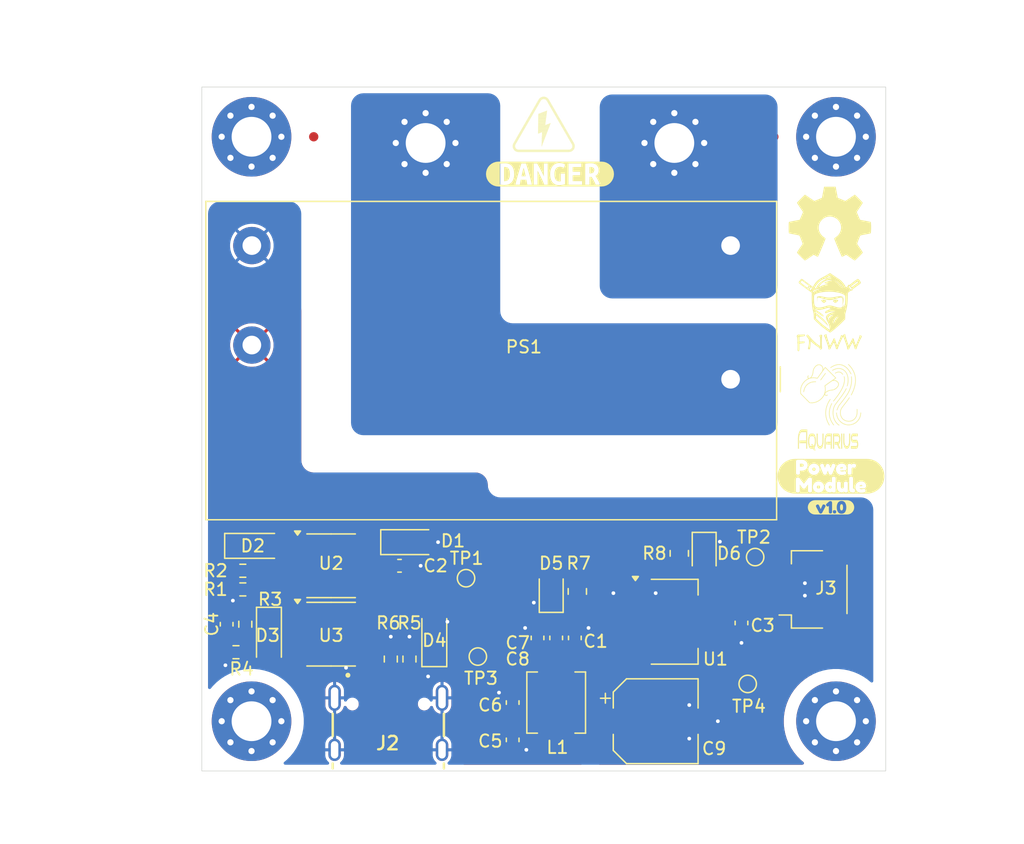
<source format=kicad_pcb>
(kicad_pcb (version 20241229) (generator "pcbnew") (generator_version "9.0")
  (layers (0 "F.Cu" signal) (4 "In1.Cu" signal) (6 "In2.Cu" signal) (2 "B.Cu" signal) (13 "F.Paste" user) (15 "B.Paste" user) (5 "F.SilkS" user "F.Silkscreen") (7 "B.SilkS" user "B.Silkscreen") (1 "F.Mask" user) (3 "B.Mask" user) (25 "Edge.Cuts" user))
  (net 0 "")
  (net 1 "+3.3V")
  (net 2 "GND")
  (net 3 "+5V")
  (net 4 "V5_RAW")
  (net 5 "V5IN")
  (net 6 "/CC1")
  (net 7 "/CC2")
  (net 8 "/AC_N")
  (net 9 "/AC_L")
  (net 10 "Net-(D2-K)")
  (net 11 "/MG2")
  (net 12 "/MG1")
  (net 13 "/V5LED")
  (net 14 "/V3.3LED")
  (footprint "Resistor_SMD:R_0603_1608Metric" (layer "F.Cu") (at 53.3 150.4 180)
    (property "Reference" "R1" (at 2.2 0 0) (layer "F.SilkS"))
    (property "Value" "10K")
    (pad "1" smd roundrect (at -0.825 0 180) (size 0.8 0.95) (layers "F.Cu" "F.Mask" "F.Paste") (net 12 "/MG1"))
    (pad "2" smd roundrect (at 0.825 0 180) (size 0.8 0.95) (layers "F.Cu" "F.Mask" "F.Paste") (net 2 "GND"))
  )
  (footprint "Capacitor_SMD:C_0603_1608Metric" (layer "F.Cu") (at 93.4 153.1 -90)
    (property "Reference" "C3" (at 0.2 -1.7 0) (layer "F.SilkS"))
    (property "Value" "10uF")
    (pad "1" smd roundrect (at -0.775 0 270) (size 0.9 0.95) (layers "F.Cu" "F.Mask" "F.Paste") (net 1 "+3.3V"))
    (pad "2" smd roundrect (at 0.775 0 270) (size 0.9 0.95) (layers "F.Cu" "F.Mask" "F.Paste") (net 2 "GND"))
  )
  (footprint "Fiducial:Fiducial_0.75mm_Mask1.5mm" (layer "F.Cu") (at 96 114)
    (property "Reference" "FID2" (hide yes))
    (property "Value" "Fiducial")
    (pad "" smd circle (at 0 0) (size 0.75 0.75) (layers "F.Cu" "F.Mask") (clearance 0.375))
  )
  (footprint "CRGM Symbols:HIGH-VOLTAGE-5MM" (layer "F.Cu") (at 77.5 113)
    (property "Reference" "S1" (hide yes))
    (property "Value" "~" (hide yes))
  )
  (footprint "TestPoint:TestPoint_Pad_D1.0mm" (layer "F.Cu") (at 72.2 155.8)
    (property "Reference" "TP3" (at 0.25 1.75 0) (layer "F.SilkS"))
    (property "Value" "V5R")
    (pad "1" smd circle (at 0 0) (size 1 1) (layers "F.Cu" "F.Mask") (net 4 "V5_RAW"))
  )
  (footprint "TestPoint:TestPoint_Pad_D1.0mm" (layer "F.Cu") (at 93.9 158)
    (property "Reference" "TP4" (at 0.1 1.8 0) (layer "F.SilkS"))
    (property "Value" "V5")
    (pad "1" smd circle (at 0 0) (size 1 1) (layers "F.Cu" "F.Mask") (net 3 "+5V"))
  )
  (footprint "Connector_JST:JST_SH_SM04B-SRSS-TB_1x04-1MP_P1.00mm_Horizontal" (layer "F.Cu") (at 99.2 150.4 90)
    (property "Reference" "J3" (at 0.1 1 180) (layer "F.SilkS"))
    (property "Value" "Power")
    (pad "1" smd roundrect (at -1.5 -2 90) (size 0.6 1.55) (layers "F.Cu" "F.Mask" "F.Paste") (net 3 "+5V"))
    (pad "2" smd roundrect (at -0.5 -2 90) (size 0.6 1.55) (layers "F.Cu" "F.Mask" "F.Paste") (net 2 "GND"))
    (pad "3" smd roundrect (at 0.5 -2 90) (size 0.6 1.55) (layers "F.Cu" "F.Mask" "F.Paste") (net 2 "GND"))
    (pad "4" smd roundrect (at 1.5 -2 90) (size 0.6 1.55) (layers "F.Cu" "F.Mask" "F.Paste") (net 1 "+3.3V"))
    (pad "MP" smd roundrect (at -2.8 1.875 90) (size 1.2 1.8) (layers "F.Cu" "F.Mask" "F.Paste") (roundrect_rratio 0.208333))
    (pad "MP" smd roundrect (at 2.8 1.875 90) (size 1.2 1.8) (layers "F.Cu" "F.Mask" "F.Paste") (roundrect_rratio 0.208333))
  )
  (footprint "CRGM Mechanical:MountingHole_3.2mm_M3_Pad_Via" (layer "F.Cu") (at 54 114)
    (property "Reference" "H4" (hide yes))
    (property "Value" "MountingHole" (hide yes))
    (pad "1" thru_hole circle (at -2.4 0) (size 0.8 0.8) (drill 0.5) (layers "*.Cu" "*.Mask"))
    (pad "1" thru_hole circle (at -1.697056 -1.697056) (size 0.8 0.8) (drill 0.5) (layers "*.Cu" "*.Mask"))
    (pad "1" thru_hole circle (at -1.697056 1.697056) (size 0.8 0.8) (drill 0.5) (layers "*.Cu" "*.Mask"))
    (pad "1" thru_hole circle (at 0 -2.4) (size 0.8 0.8) (drill 0.5) (layers "*.Cu" "*.Mask"))
    (pad "1" thru_hole circle (at 0 0) (size 6.4 6.4) (drill 3.2) (layers "*.Cu" "*.Mask"))
    (pad "1" thru_hole circle (at 0 2.4) (size 0.8 0.8) (drill 0.5) (layers "*.Cu" "*.Mask"))
    (pad "1" thru_hole circle (at 1.697056 -1.697056) (size 0.8 0.8) (drill 0.5) (layers "*.Cu" "*.Mask"))
    (pad "1" thru_hole circle (at 1.697056 1.697056) (size 0.8 0.8) (drill 0.5) (layers "*.Cu" "*.Mask"))
    (pad "1" thru_hole circle (at 2.4 0) (size 0.8 0.8) (drill 0.5) (layers "*.Cu" "*.Mask"))
  )
  (footprint "CRGM Logos:Aquarius Name 2mmx5mm" (layer "F.Cu") (at 100.5 139.469017)
    (property "Reference" "LOGO2" (hide yes))
    (property "Value" "~" (hide yes))
  )
  (footprint "Capacitor_SMD:C_0603_1608Metric" (layer "F.Cu") (at 80 154.3 90)
    (property "Reference" "C1" (at -0.274726 1.667899 180) (layer "F.SilkS"))
    (property "Value" "0.1uF")
    (pad "1" smd roundrect (at -0.775 0 90) (size 0.9 0.95) (layers "F.Cu" "F.Mask" "F.Paste") (net 3 "+5V"))
    (pad "2" smd roundrect (at 0.775 0 90) (size 0.9 0.95) (layers "F.Cu" "F.Mask" "F.Paste") (net 2 "GND"))
  )
  (footprint "kibuzzard-67E32962" (layer "F.Cu") (at 100.6 141.3)
    (property "Reference" "kibuzzard-67E32962" (hide yes))
    (property "Value" "G***" (hide yes))
  )
  (footprint "CRGM Mechanical:MountingHole_3.2mm_M3_Pad_Via" (layer "F.Cu") (at 68 114.5)
    (property "Reference" "H6" (hide yes))
    (property "Value" "MountingHole_Pad" (hide yes))
    (pad "1" thru_hole circle (at -2.4 0) (size 0.8 0.8) (drill 0.5) (layers "*.Cu" "*.Mask") (net 8 "/AC_N"))
    (pad "1" thru_hole circle (at -1.697056 -1.697056) (size 0.8 0.8) (drill 0.5) (layers "*.Cu" "*.Mask") (net 8 "/AC_N"))
    (pad "1" thru_hole circle (at -1.697056 1.697056) (size 0.8 0.8) (drill 0.5) (layers "*.Cu" "*.Mask") (net 8 "/AC_N"))
    (pad "1" thru_hole circle (at 0 -2.4) (size 0.8 0.8) (drill 0.5) (layers "*.Cu" "*.Mask") (net 8 "/AC_N"))
    (pad "1" thru_hole circle (at 0 0) (size 6.4 6.4) (drill 3.2) (layers "*.Cu" "*.Mask") (net 8 "/AC_N"))
    (pad "1" thru_hole circle (at 0 2.4) (size 0.8 0.8) (drill 0.5) (layers "*.Cu" "*.Mask") (net 8 "/AC_N"))
    (pad "1" thru_hole circle (at 1.697056 -1.697056) (size 0.8 0.8) (drill 0.5) (layers "*.Cu" "*.Mask") (net 8 "/AC_N"))
    (pad "1" thru_hole circle (at 1.697056 1.697056) (size 0.8 0.8) (drill 0.5) (layers "*.Cu" "*.Mask") (net 8 "/AC_N"))
    (pad "1" thru_hole circle (at 2.4 0) (size 0.8 0.8) (drill 0.5) (layers "*.Cu" "*.Mask") (net 8 "/AC_N"))
  )
  (footprint "Symbol:OSHW-Symbol_6.7x6mm_SilkScreen" (layer "F.Cu") (at 100.5 121)
    (property "Reference" "LOGO5" (hide yes))
    (property "Value" "Logo_Open_Hardware_Small" (hide yes))
  )
  (footprint "CRGM Logos:FNWW Name 2mmx5mm" (layer "F.Cu") (at 100.5 131.5)
    (property "Reference" "LOGO4" (hide yes))
    (property "Value" "~" (hide yes))
  )
  (footprint "Resistor_SMD:R_0805_2012Metric" (layer "F.Cu") (at 80.2 150.5625 90)
    (property "Reference" "R7" (at 2.2625 0.1 180) (layer "F.SilkS"))
    (property "Value" "4.7k")
    (pad "1" smd roundrect (at -0.9125 0 90) (size 1.025 1.4) (layers "F.Cu" "F.Mask" "F.Paste") (roundrect_rratio 0.243902) (net 3 "+5V"))
    (pad "2" smd roundrect (at 0.9125 0 90) (size 1.025 1.4) (layers "F.Cu" "F.Mask" "F.Paste") (roundrect_rratio 0.243902) (net 13 "/V5LED"))
  )
  (footprint "Fiducial:Fiducial_0.75mm_Mask1.5mm" (layer "F.Cu") (at 59 114)
    (property "Reference" "FID3" (hide yes))
    (property "Value" "Fiducial")
    (pad "" smd circle (at 0 0) (size 0.75 0.75) (layers "F.Cu" "F.Mask") (clearance 0.375))
  )
  (footprint "Capacitor_SMD:C_0603_1608Metric" (layer "F.Cu") (at 77 154.3 90)
    (property "Reference" "C7" (at -0.4 -1.6 180) (layer "F.SilkS"))
    (property "Value" "10uF")
    (pad "1" smd roundrect (at -0.775 0 90) (size 0.9 0.95) (layers "F.Cu" "F.Mask" "F.Paste") (net 3 "+5V"))
    (pad "2" smd roundrect (at 0.775 0 90) (size 0.9 0.95) (layers "F.Cu" "F.Mask" "F.Paste") (net 2 "GND"))
  )
  (footprint "LED_SMD:LED_0805_2012Metric" (layer "F.Cu") (at 78.1 150.5625 90)
    (property "Reference" "D5" (at 2.2625 0 180) (layer "F.SilkS"))
    (property "Value" "Green")
    (pad "1" smd roundrect (at -0.9375 0 90) (size 0.975 1.4) (layers "F.Cu" "F.Mask" "F.Paste") (net 2 "GND"))
    (pad "2" smd roundrect (at 0.9375 0 90) (size 0.975 1.4) (layers "F.Cu" "F.Mask" "F.Paste") (net 13 "/V5LED"))
  )
  (footprint "Diode_SMD:D_SOD-123" (layer "F.Cu") (at 54.2 146.9)
    (property "Reference" "D2" (at -0.1 0 180) (layer "F.SilkS"))
    (property "Value" "BZT52C16")
    (pad "1" smd roundrect (at -1.65 0) (size 0.9 1.2) (layers "F.Cu" "F.Mask" "F.Paste") (net 10 "Net-(D2-K)"))
    (pad "2" smd roundrect (at 1.65 0) (size 0.9 1.2) (layers "F.Cu" "F.Mask" "F.Paste") (net 12 "/MG1"))
  )
  (footprint "Capacitor_SMD:C_0603_1608Metric" (layer "F.Cu") (at 65.9 148.5)
    (property "Reference" "C2" (at 2.9 0 0) (layer "F.SilkS"))
    (property "Value" "10uF")
    (pad "1" smd roundrect (at -0.775 0) (size 0.9 0.95) (layers "F.Cu" "F.Mask" "F.Paste") (net 5 "V5IN"))
    (pad "2" smd roundrect (at 0.775 0) (size 0.9 0.95) (layers "F.Cu" "F.Mask" "F.Paste") (net 2 "GND"))
  )
  (footprint "Converter_ACDC:Converter_ACDC_MeanWell_IRM-10-xx_THT" (layer "F.Cu") (at 92.525 133.5 180)
    (property "Reference" "PS1" (at 16.625 2.6 0) (layer "F.SilkS"))
    (property "Value" "IRM-10-5")
    (pad "1" thru_hole rect (at 0 0 180) (size 3 3) (drill 1.5) (layers "*.Cu" "*.Mask") (net 8 "/AC_N"))
    (pad "2" thru_hole circle (at 0 10.75 180) (size 3 3) (drill 1.5) (layers "*.Cu" "*.Mask") (net 9 "/AC_L"))
    (pad "3" thru_hole circle (at 38.5 10.75 180) (size 3 3) (drill 1.5) (layers "*.Cu" "*.Mask") (net 2 "GND"))
    (pad "4" thru_hole circle (at 38.5 2.75 180) (size 3 3) (drill 1.5) (layers "*.Cu" "*.Mask") (net 5 "V5IN"))
  )
  (footprint "Resistor_SMD:R_0603_1608Metric" (layer "F.Cu") (at 66.7 156 90)
    (property "Reference" "R5" (at 2.9 0 180) (layer "F.SilkS"))
    (property "Value" "5.1K")
    (pad "1" smd roundrect (at -0.825 0 90) (size 0.8 0.95) (layers "F.Cu" "F.Mask" "F.Paste") (net 7 "/CC2"))
    (pad "2" smd roundrect (at 0.825 0 90) (size 0.8 0.95) (layers "F.Cu" "F.Mask" "F.Paste") (net 2 "GND"))
  )
  (footprint "Resistor_SMD:R_0603_1608Metric" (layer "F.Cu") (at 52.75 155.45 180)
    (property "Reference" "R4" (at -0.45 -1.35 0) (layer "F.SilkS"))
    (property "Value" "10K")
    (pad "1" smd roundrect (at -0.825 0 180) (size 0.8 0.95) (layers "F.Cu" "F.Mask" "F.Paste") (net 11 "/MG2"))
    (pad "2" smd roundrect (at 0.825 0 180) (size 0.8 0.95) (layers "F.Cu" "F.Mask" "F.Paste") (net 2 "GND"))
  )
  (footprint "Capacitor_SMD:C_0603_1608Metric" (layer "F.Cu") (at 52 153.2 -90)
    (property "Reference" "C4" (at 0 1.2 90) (layer "F.SilkS"))
    (property "Value" "0.1uF")
    (pad "1" smd roundrect (at -0.775 0 270) (size 0.9 0.95) (layers "F.Cu" "F.Mask" "F.Paste") (net 10 "Net-(D2-K)"))
    (pad "2" smd roundrect (at 0.775 0 270) (size 0.9 0.95) (layers "F.Cu" "F.Mask" "F.Paste") (net 11 "/MG2"))
  )
  (footprint "Resistor_SMD:R_0603_1608Metric" (layer "F.Cu") (at 65.2 156 90)
    (property "Reference" "R6" (at 2.9 -0.2 180) (layer "F.SilkS"))
    (property "Value" "5.1K")
    (pad "1" smd roundrect (at -0.825 0 90) (size 0.8 0.95) (layers "F.Cu" "F.Mask" "F.Paste") (net 6 "/CC1"))
    (pad "2" smd roundrect (at 0.825 0 90) (size 0.8 0.95) (layers "F.Cu" "F.Mask" "F.Paste") (net 2 "GND"))
  )
  (footprint "kibuzzard-67E31E9F" (layer "F.Cu") (at 100.6 143.8)
    (property "Reference" "kibuzzard-67E31E9F" (hide yes))
    (property "Value" "G***" (hide yes))
  )
  (footprint "CRGM Logos:FNWW Face 5mm" (layer "F.Cu") (at 100.5 130)
    (property "Reference" "LOGO3" (hide yes))
    (property "Value" "~" (hide yes))
  )
  (footprint "kibuzzard-67E1D06C" (layer "F.Cu") (at 78 117)
    (property "Reference" "kibuzzard-67E1D06C" (hide yes))
    (property "Value" "G***" (hide yes))
  )
  (footprint "Diode_SMD:D_SOD-123F" (layer "F.Cu") (at 66.6 146.6)
    (property "Reference" "D1" (at 3.6 -0.1 0) (layer "F.SilkS"))
    (property "Value" "SMF6V5A")
    (pad "1" smd roundrect (at -1.4 0) (size 1.1 1.1) (layers "F.Cu" "F.Mask" "F.Paste") (roundrect_rratio 0.2272727273) (net 5 "V5IN"))
    (pad "2" smd roundrect (at 1.4 0) (size 1.1 1.1) (layers "F.Cu" "F.Mask" "F.Paste") (roundrect_rratio 0.2272727273) (net 2 "GND"))
  )
  (footprint "CRGM Mechanical:MountingHole_3.2mm_M3_Pad_Via" (layer "F.Cu") (at 54 161)
    (property "Reference" "H1" (hide yes))
    (property "Value" "MountingHole" (hide yes))
    (pad "1" thru_hole circle (at -2.4 0) (size 0.8 0.8) (drill 0.5) (layers "*.Cu" "*.Mask"))
    (pad "1" thru_hole circle (at -1.697056 -1.697056) (size 0.8 0.8) (drill 0.5) (layers "*.Cu" "*.Mask"))
    (pad "1" thru_hole circle (at -1.697056 1.697056) (size 0.8 0.8) (drill 0.5) (layers "*.Cu" "*.Mask"))
    (pad "1" thru_hole circle (at 0 -2.4) (size 0.8 0.8) (drill 0.5) (layers "*.Cu" "*.Mask"))
    (pad "1" thru_hole circle (at 0 0) (size 6.4 6.4) (drill 3.2) (layers "*.Cu" "*.Mask"))
    (pad "1" thru_hole circle (at 0 2.4) (size 0.8 0.8) (drill 0.5) (layers "*.Cu" "*.Mask"))
    (pad "1" thru_hole circle (at 1.697056 -1.697056) (size 0.8 0.8) (drill 0.5) (layers "*.Cu" "*.Mask"))
    (pad "1" thru_hole circle (at 1.697056 1.697056) (size 0.8 0.8) (drill 0.5) (layers "*.Cu" "*.Mask"))
    (pad "1" thru_hole circle (at 2.4 0) (size 0.8 0.8) (drill 0.5) (layers "*.Cu" "*.Mask"))
  )
  (footprint "Capacitor_SMD:CP_Elec_6.3x7.7" (layer "F.Cu") (at 86.5 161)
    (property "Reference" "C9" (at 4.7 2.2 0) (layer "F.SilkS"))
    (property "Value" "100u")
    (pad "1" smd roundrect (at -2.7 0) (size 3.5 1.6) (layers "F.Cu" "F.Mask" "F.Paste") (roundrect_rratio 0.15625) (net 3 "+5V"))
    (pad "2" smd roundrect (at 2.7 0) (size 3.5 1.6) (layers "F.Cu" "F.Mask" "F.Paste") (roundrect_rratio 0.15625) (net 2 "GND"))
  )
  (footprint "LED_SMD:LED_0805_2012Metric" (layer "F.Cu") (at 90.4 147.5 -90)
    (property "Reference" "D6" (at 0 -2 180) (layer "F.SilkS"))
    (property "Value" "Green")
    (pad "1" smd roundrect (at -0.9375 0 270) (size 0.975 1.4) (layers "F.Cu" "F.Mask" "F.Paste") (net 2 "GND"))
    (pad "2" smd roundrect (at 0.9375 0 270) (size 0.975 1.4) (layers "F.Cu" "F.Mask" "F.Paste") (net 14 "/V3.3LED"))
  )
  (footprint "Package_SO:SO-8_3.9x4.9mm_P1.27mm" (layer "F.Cu") (at 60.4 154)
    (property "Reference" "U3" (at 0 0.1 0) (layer "F.SilkS"))
    (property "Value" "FDS4435BZ")
    (pad "1" smd roundrect (at -2.575 -1.905) (size 1.75 0.6) (layers "F.Cu" "F.Mask" "F.Paste") (net 10 "Net-(D2-K)"))
    (pad "2" smd roundrect (at -2.575 -0.635) (size 1.75 0.6) (layers "F.Cu" "F.Mask" "F.Paste") (net 10 "Net-(D2-K)"))
    (pad "3" smd roundrect (at -2.575 0.635) (size 1.75 0.6) (layers "F.Cu" "F.Mask" "F.Paste") (net 10 "Net-(D2-K)"))
    (pad "4" smd roundrect (at -2.575 1.905) (size 1.75 0.6) (layers "F.Cu" "F.Mask" "F.Paste") (net 11 "/MG2"))
    (pad "5" smd roundrect (at 2.575 1.905) (size 1.75 0.6) (layers "F.Cu" "F.Mask" "F.Paste") (net 4 "V5_RAW"))
    (pad "6" smd roundrect (at 2.575 0.635) (size 1.75 0.6) (layers "F.Cu" "F.Mask" "F.Paste") (net 4 "V5_RAW"))
    (pad "7" smd roundrect (at 2.575 -0.635) (size 1.75 0.6) (layers "F.Cu" "F.Mask" "F.Paste") (net 4 "V5_RAW"))
    (pad "8" smd roundrect (at 2.575 -1.905) (size 1.75 0.6) (layers "F.Cu" "F.Mask" "F.Paste") (net 4 "V5_RAW"))
  )
  (footprint "Diode_SMD:D_SOD-123F" (layer "F.Cu") (at 68.7 154.4 90)
    (property "Reference" "D4" (at -0.1 0 180) (layer "F.SilkS"))
    (property "Value" "SMF6V5A")
    (pad "1" smd roundrect (at -1.4 0 90) (size 1.1 1.1) (layers "F.Cu" "F.Mask" "F.Paste") (roundrect_rratio 0.2272727273) (net 4 "V5_RAW"))
    (pad "2" smd roundrect (at 1.4 0 90) (size 1.1 1.1) (layers "F.Cu" "F.Mask" "F.Paste") (roundrect_rratio 0.2272727273) (net 2 "GND"))
  )
  (footprint "Capacitor_SMD:C_0603_1608Metric" (layer "F.Cu") (at 78.5 154.3 90)
    (property "Reference" "C8" (at -1.7 -3.1 180) (layer "F.SilkS"))
    (property "Value" "10uF")
    (pad "1" smd roundrect (at -0.775 0 90) (size 0.9 0.95) (layers "F.Cu" "F.Mask" "F.Paste") (net 3 "+5V"))
    (pad "2" smd roundrect (at 0.775 0 90) (size 0.9 0.95) (layers "F.Cu" "F.Mask" "F.Paste") (net 2 "GND"))
  )
  (footprint "TestPoint:TestPoint_Pad_D1.0mm" (layer "F.Cu") (at 71.25 149.5)
    (property "Reference" "TP1" (at 0.05 -1.6 0) (layer "F.SilkS"))
    (property "Value" "V5IN")
    (pad "1" smd circle (at 0 0) (size 1 1) (layers "F.Cu" "F.Mask") (net 5 "V5IN"))
  )
  (footprint "Package_SO:SO-8_3.9x4.9mm_P1.27mm" (layer "F.Cu") (at 60.4 148.5)
    (property "Reference" "U2" (at 0 -0.2 0) (layer "F.SilkS"))
    (property "Value" "FDS4435BZ")
    (pad "1" smd roundrect (at -2.575 -1.905) (size 1.75 0.6) (layers "F.Cu" "F.Mask" "F.Paste") (net 10 "Net-(D2-K)"))
    (pad "2" smd roundrect (at -2.575 -0.635) (size 1.75 0.6) (layers "F.Cu" "F.Mask" "F.Paste") (net 10 "Net-(D2-K)"))
    (pad "3" smd roundrect (at -2.575 0.635) (size 1.75 0.6) (layers "F.Cu" "F.Mask" "F.Paste") (net 10 "Net-(D2-K)"))
    (pad "4" smd roundrect (at -2.575 1.905) (size 1.75 0.6) (layers "F.Cu" "F.Mask" "F.Paste") (net 12 "/MG1"))
    (pad "5" smd roundrect (at 2.575 1.905) (size 1.75 0.6) (layers "F.Cu" "F.Mask" "F.Paste") (net 5 "V5IN"))
    (pad "6" smd roundrect (at 2.575 0.635) (size 1.75 0.6) (layers "F.Cu" "F.Mask" "F.Paste") (net 5 "V5IN"))
    (pad "7" smd roundrect (at 2.575 -0.635) (size 1.75 0.6) (layers "F.Cu" "F.Mask" "F.Paste") (net 5 "V5IN"))
    (pad "8" smd roundrect (at 2.575 -1.905) (size 1.75 0.6) (layers "F.Cu" "F.Mask" "F.Paste") (net 5 "V5IN"))
  )
  (footprint "Resistor_SMD:R_0603_1608Metric" (layer "F.Cu") (at 53.5 153.2 -90)
    (property "Reference" "R3" (at -2 -2 180) (layer "F.SilkS"))
    (property "Value" "4.7K")
    (pad "1" smd roundrect (at -0.825 0 270) (size 0.8 0.95) (layers "F.Cu" "F.Mask" "F.Paste") (net 10 "Net-(D2-K)"))
    (pad "2" smd roundrect (at 0.825 0 270) (size 0.8 0.95) (layers "F.Cu" "F.Mask" "F.Paste") (net 11 "/MG2"))
  )
  (footprint "CRGM Mechanical:MountingHole_3.2mm_M3_Pad_Via" (layer "F.Cu") (at 101 114)
    (property "Reference" "H3" (hide yes))
    (property "Value" "MountingHole" (hide yes))
    (pad "1" thru_hole circle (at -2.4 0) (size 0.8 0.8) (drill 0.5) (layers "*.Cu" "*.Mask"))
    (pad "1" thru_hole circle (at -1.697056 -1.697056) (size 0.8 0.8) (drill 0.5) (layers "*.Cu" "*.Mask"))
    (pad "1" thru_hole circle (at -1.697056 1.697056) (size 0.8 0.8) (drill 0.5) (layers "*.Cu" "*.Mask"))
    (pad "1" thru_hole circle (at 0 -2.4) (size 0.8 0.8) (drill 0.5) (layers "*.Cu" "*.Mask"))
    (pad "1" thru_hole circle (at 0 0) (size 6.4 6.4) (drill 3.2) (layers "*.Cu" "*.Mask"))
    (pad "1" thru_hole circle (at 0 2.4) (size 0.8 0.8) (drill 0.5) (layers "*.Cu" "*.Mask"))
    (pad "1" thru_hole circle (at 1.697056 -1.697056) (size 0.8 0.8) (drill 0.5) (layers "*.Cu" "*.Mask"))
    (pad "1" thru_hole circle (at 1.697056 1.697056) (size 0.8 0.8) (drill 0.5) (layers "*.Cu" "*.Mask"))
    (pad "1" thru_hole circle (at 2.4 0) (size 0.8 0.8) (drill 0.5) (layers "*.Cu" "*.Mask"))
  )
  (footprint "Diode_SMD:D_SOD-123" (layer "F.Cu") (at 55.4 154.2 -90)
    (property "Reference" "D3" (at -0.1 0.1 180) (layer "F.SilkS"))
    (property "Value" "BZT52C16")
    (pad "1" smd roundrect (at -1.65 0 270) (size 0.9 1.2) (layers "F.Cu" "F.Mask" "F.Paste") (net 10 "Net-(D2-K)"))
    (pad "2" smd roundrect (at 1.65 0 270) (size 0.9 1.2) (layers "F.Cu" "F.Mask" "F.Paste") (net 11 "/MG2"))
  )
  (footprint "CRGM Logos:Aquarius Logo 5mm" (layer "F.Cu") (at 100.5 137.469017)
    (property "Reference" "LOGO1" (hide yes))
    (property "Value" "~" (hide yes))
  )
  (footprint "Fiducial:Fiducial_0.75mm_Mask1.5mm" (layer "F.Cu") (at 101 156)
    (property "Reference" "FID1" (hide yes))
    (property "Value" "Fiducial")
    (pad "" smd circle (at 0 0) (size 0.75 0.75) (layers "F.Cu" "F.Mask") (clearance 0.375))
  )
  (footprint "Capacitor_SMD:C_0603_1608Metric" (layer "F.Cu") (at 75 159.5 90)
    (property "Reference" "C6" (at -0.2 -1.8 180) (layer "F.SilkS"))
    (property "Value" "10uF")
    (pad "1" smd roundrect (at -0.775 0 90) (size 0.9 0.95) (layers "F.Cu" "F.Mask" "F.Paste") (net 4 "V5_RAW"))
    (pad "2" smd roundrect (at 0.775 0 90) (size 0.9 0.95) (layers "F.Cu" "F.Mask" "F.Paste") (net 2 "GND"))
  )
  (footprint "Resistor_SMD:R_0805_2012Metric" (layer "F.Cu") (at 88.4 147.5 -90)
    (property "Reference" "R8" (at 0 2 180) (layer "F.SilkS"))
    (property "Value" "1k")
    (pad "1" smd roundrect (at -0.9125 0 270) (size 1.025 1.4) (layers "F.Cu" "F.Mask" "F.Paste") (roundrect_rratio 0.243902) (net 1 "+3.3V"))
    (pad "2" smd roundrect (at 0.9125 0 270) (size 1.025 1.4) (layers "F.Cu" "F.Mask" "F.Paste") (roundrect_rratio 0.243902) (net 14 "/V3.3LED"))
  )
  (footprint "TestPoint:TestPoint_Pad_D1.0mm" (layer "F.Cu") (at 94.5 147.8)
    (property "Reference" "TP2" (at -0.1 -1.6 0) (layer "F.SilkS"))
    (property "Value" "V33")
    (pad "1" smd circle (at 0 0) (size 1 1) (layers "F.Cu" "F.Mask") (net 1 "+3.3V"))
  )
  (footprint "Package_TO_SOT_SMD:SOT-223-3_TabPin2" (layer "F.Cu") (at 88 153)
    (property "Reference" "U1" (at 3.3 3 0) (layer "F.SilkS"))
    (property "Value" "LD1117S33TR_SOT223")
    (pad "1" smd roundrect (at -3.15 -2.3) (size 2 1.5) (layers "F.Cu" "F.Mask" "F.Paste") (net 2 "GND"))
    (pad "2" smd roundrect (at -3.15 0) (size 2 1.5) (layers "F.Cu" "F.Mask" "F.Paste") (net 1 "+3.3V"))
    (pad "2" smd roundrect (at 3.15 0) (size 2 3.8) (layers "F.Cu" "F.Mask" "F.Paste") (net 1 "+3.3V"))
    (pad "3" smd roundrect (at -3.15 2.3) (size 2 1.5) (layers "F.Cu" "F.Mask" "F.Paste") (net 3 "+5V"))
  )
  (footprint "Capacitor_SMD:C_0603_1608Metric" (layer "F.Cu") (at 75 162.5 -90)
    (property "Reference" "C5" (at 0.1 1.8 180) (layer "F.SilkS"))
    (property "Value" "10uF")
    (pad "1" smd roundrect (at -0.775 0 270) (size 0.9 0.95) (layers "F.Cu" "F.Mask" "F.Paste") (net 4 "V5_RAW"))
    (pad "2" smd roundrect (at 0.775 0 270) (size 0.9 0.95) (layers "F.Cu" "F.Mask" "F.Paste") (net 2 "GND"))
  )
  (footprint "Inductor_SMD:L_Sunlord_MWSA0402S" (layer "F.Cu") (at 78.5 159.5 90)
    (property "Reference" "L1" (at -3.6 0.1 180) (layer "F.SilkS"))
    (property "Value" "2.2u")
    (pad "1" smd roundrect (at -1.85 0 90) (size 1.5 2.5) (layers "F.Cu" "F.Mask" "F.Paste") (roundrect_rratio 0.166667) (net 4 "V5_RAW"))
    (pad "2" smd roundrect (at 1.85 0 90) (size 1.5 2.5) (layers "F.Cu" "F.Mask" "F.Paste") (roundrect_rratio 0.166667) (net 3 "+5V"))
  )
  (footprint "Resistor_SMD:R_0603_1608Metric" (layer "F.Cu") (at 53.3 148.9)
    (property "Reference" "R2" (at -2.2 0 180) (layer "F.SilkS"))
    (property "Value" "4.7K")
    (pad "1" smd roundrect (at -0.825 0) (size 0.8 0.95) (layers "F.Cu" "F.Mask" "F.Paste") (net 10 "Net-(D2-K)"))
    (pad "2" smd roundrect (at 0.825 0) (size 0.8 0.95) (layers "F.Cu" "F.Mask" "F.Paste") (net 12 "/MG1"))
  )
  (footprint "CRGM Connector:GCT_USB4105-GF-A" (layer "F.Cu") (at 65 163.3)
    (property "Reference" "J2" (at -1.1 0.1 0) (layer "F.SilkS") (effects (font (size 1.0795 1.0795) (thickness 0.1905)) (justify left bottom)))
    (property "Value" "USB_C_PowerOnly_6P")
    (pad "" np_thru_hole circle (at -2.89 -3.68) (size 0.65 0.65) (drill 0.65) (layers "*.Cu" "*.Mask"))
    (pad "" np_thru_hole circle (at 2.89 -3.68) (size 0.65 0.65) (drill 0.65) (layers "*.Cu" "*.Mask"))
    (pad "A1_B12" smd rect (at -3.2 -4.755) (size 0.55 1.1) (layers "F.Cu" "F.Paste") (net 2 "GND"))
    (pad "A4_B9" smd rect (at -2.4 -4.755) (size 0.6 1.15) (layers "F.Cu" "F.Paste") (net 4 "V5_RAW"))
    (pad "A5" smd rect (at -1.25 -4.755) (size 0.3 1.15) (layers "F.Cu" "F.Paste") (net 6 "/CC1"))
    (pad "A6" smd rect (at -0.25 -4.755) (size 0.3 1.15) (layers "F.Cu" "F.Paste"))
    (pad "A7" smd rect (at 0.25 -4.755) (size 0.3 1.15) (layers "F.Cu" "F.Paste"))
    (pad "A8" smd rect (at 1.25 -4.755) (size 0.3 1.15) (layers "F.Cu" "F.Paste"))
    (pad "B1_A12" smd rect (at 3.2 -4.755) (size 0.55 1.1) (layers "F.Cu" "F.Paste") (net 2 "GND"))
    (pad "B4_A9" smd rect (at 2.4 -4.755) (size 0.6 1.15) (layers "F.Cu" "F.Paste") (net 4 "V5_RAW"))
    (pad "B5" smd rect (at 1.75 -4.755) (size 0.3 1.15) (layers "F.Cu" "F.Paste") (net 7 "/CC2"))
    (pad "B6" smd rect (at 0.75 -4.755) (size 0.3 1.15) (layers "F.Cu" "F.Paste"))
    (pad "B7" smd rect (at -0.75 -4.755) (size 0.3 1.15) (layers "F.Cu" "F.Paste"))
    (pad "B8" smd rect (at -1.75 -4.755) (size 0.3 1.15) (layers "F.Cu" "F.Paste"))
    (pad "S1" thru_hole oval (at -4.32 -4.18) (size 1 2.1) (drill oval 0.6 1.7) (property pad_prop_heatsink) (layers "*.Cu" "*.Mask" "F.Paste") (net 2 "GND"))
    (pad "S1" thru_hole oval (at -4.32 0) (size 1 1.8) (drill oval 0.6 1.4) (property pad_prop_heatsink) (layers "*.Cu" "*.Mask" "F.Paste") (net 2 "GND"))
    (pad "S1" thru_hole oval (at 4.32 -4.18) (size 1 2.1) (drill oval 0.6 1.7) (property pad_prop_heatsink) (layers "*.Cu" "*.Mask" "F.Paste") (net 2 "GND"))
    (pad "S1" thru_hole oval (at 4.32 0) (size 1 1.8) (drill oval 0.6 1.4) (property pad_prop_heatsink) (layers "*.Cu" "*.Mask" "F.Paste") (net 2 "GND"))
  )
  (footprint "CRGM Mechanical:MountingHole_3.2mm_M3_Pad_Via" (layer "F.Cu") (at 101 161)
    (property "Reference" "H2" (hide yes))
    (property "Value" "MountingHole" (hide yes))
    (pad "1" thru_hole circle (at -2.4 0) (size 0.8 0.8) (drill 0.5) (layers "*.Cu" "*.Mask"))
    (pad "1" thru_hole circle (at -1.697056 -1.697056) (size 0.8 0.8) (drill 0.5) (layers "*.Cu" "*.Mask"))
    (pad "1" thru_hole circle (at -1.697056 1.697056) (size 0.8 0.8) (drill 0.5) (layers "*.Cu" "*.Mask"))
    (pad "1" thru_hole circle (at 0 -2.4) (size 0.8 0.8) (drill 0.5) (layers "*.Cu" "*.Mask"))
    (pad "1" thru_hole circle (at 0 0) (size 6.4 6.4) (drill 3.2) (layers "*.Cu" "*.Mask"))
    (pad "1" thru_hole circle (at 0 2.4) (size 0.8 0.8) (drill 0.5) (layers "*.Cu" "*.Mask"))
    (pad "1" thru_hole circle (at 1.697056 -1.697056) (size 0.8 0.8) (drill 0.5) (layers "*.Cu" "*.Mask"))
    (pad "1" thru_hole circle (at 1.697056 1.697056) (size 0.8 0.8) (drill 0.5) (layers "*.Cu" "*.Mask"))
    (pad "1" thru_hole circle (at 2.4 0) (size 0.8 0.8) (drill 0.5) (layers "*.Cu" "*.Mask"))
  )
  (footprint "CRGM Mechanical:MountingHole_3.2mm_M3_Pad_Via" (layer "F.Cu") (at 88 114.5)
    (property "Reference" "H5" (hide yes))
    (property "Value" "MountingHole_Pad" (hide yes))
    (pad "1" thru_hole circle (at -2.4 0) (size 0.8 0.8) (drill 0.5) (layers "*.Cu" "*.Mask") (net 9 "/AC_L"))
    (pad "1" thru_hole circle (at -1.697056 -1.697056) (size 0.8 0.8) (drill 0.5) (layers "*.Cu" "*.Mask") (net 9 "/AC_L"))
    (pad "1" thru_hole circle (at -1.697056 1.697056) (size 0.8 0.8) (drill 0.5) (layers "*.Cu" "*.Mask") (net 9 "/AC_L"))
    (pad "1" thru_hole circle (at 0 -2.4) (size 0.8 0.8) (drill 0.5) (layers "*.Cu" "*.Mask") (net 9 "/AC_L"))
    (pad "1" thru_hole circle (at 0 0) (size 6.4 6.4) (drill 3.2) (layers "*.Cu" "*.Mask") (net 9 "/AC_L"))
    (pad "1" thru_hole circle (at 0 2.4) (size 0.8 0.8) (drill 0.5) (layers "*.Cu" "*.Mask") (net 9 "/AC_L"))
    (pad "1" thru_hole circle (at 1.697056 -1.697056) (size 0.8 0.8) (drill 0.5) (layers "*.Cu" "*.Mask") (net 9 "/AC_L"))
    (pad "1" thru_hole circle (at 1.697056 1.697056) (size 0.8 0.8) (drill 0.5) (layers "*.Cu" "*.Mask") (net 9 "/AC_L"))
    (pad "1" thru_hole circle (at 2.4 0) (size 0.8 0.8) (drill 0.5) (layers "*.Cu" "*.Mask") (net 9 "/AC_L"))
  )
  (gr_rect (start 50 110) (end 105 165) (stroke (width 0.05)) (fill no) (layer "Edge.Cuts"))
  (segment (start 61.8 158.61) (end 61.8 156.9) (width 0.5) (layer "F.Cu") (net 2))
  (segment (start 75 163.275) (end 76.075 163.275) (width 0.5) (layer "F.Cu") (net 2))
  (segment (start 79.5 153.525) (end 81.075 153.525) (width 0.5) (layer "F.Cu") (net 2))
  (segment (start 68 146.6) (end 69 146.6) (width 0.5) (layer "F.Cu") (net 2))
  (segment (start 76.7375 151.5) (end 76.7 151.4625) (width 0.5) (layer "F.Cu") (net 2))
  (segment (start 79.5 153.525) (end 80 153.525) (width 0.254) (layer "F.Cu") (net 2))
  (segment (start 89.2 161) (end 89.2 159.7) (width 0.5) (layer "F.Cu") (net 2))
  (segment (start 93.4 153.875) (end 93.4 154.7) (width 0.5) (layer "F.Cu") (net 2))
  (segment (start 73.925 158.725) (end 73.9 158.7) (width 0.5) (layer "F.Cu") (net 2))
  (segment (start 68.7 153) (end 69.75 153) (width 0.5) (layer "F.Cu") (net 2))
  (segment (start 52.475 150.4) (end 52.475 151.275) (width 0.508) (layer "F.Cu") (net 2))
  (segment (start 51.925 155.45) (end 51.925 156.475) (width 0.5) (layer "F.Cu") (net 2))
  (segment (start 66.675 148.5) (end 67.6 148.5) (width 0.5) (layer "F.Cu") (net 2))
  (segment (start 75 158.725) (end 73.925 158.725) (width 0.5) (layer "F.Cu") (net 2))
  (segment (start 66.7 155.175) (end 66.7 154.2) (width 0.5) (layer "F.Cu") (net 2))
  (segment (start 76.075 163.275) (end 76.1 163.3) (width 0.5) (layer "F.Cu") (net 2))
  (segment (start 52.475 151.275) (end 52.5 151.3) (width 0.508) (layer "F.Cu") (net 2))
  (segment (start 61.8 156.9) (end 61.6 156.7) (width 0.5) (layer "F.Cu") (net 2))
  (segment (start 97.2 149.9) (end 98.5 149.9) (width 0.5) (layer "F.Cu") (net 2))
  (segment (start 97.2 150.9) (end 98.5 150.9) (width 0.5) (layer "F.Cu") (net 2))
  (segment (start 68.2 158.61) (end 68.2 157.4) (width 0.5) (layer "F.Cu") (net 2))
  (segment (start 77 153.525) (end 79.5 153.525) (width 0.5) (layer "F.Cu") (net 2))
  (segment (start 84.85 150.7) (end 86.5 150.7) (width 0.5) (layer "F.Cu") (net 2))
  (segment (start 84.85 150.7) (end 83.1 150.7) (width 0.5) (layer "F.Cu") (net 2))
  (segment (start 78.1 151.5) (end 76.7375 151.5) (width 0.5) (layer "F.Cu") (net 2))
  (segment (start 77 153.525) (end 76.025 153.525) (width 0.5) (layer "F.Cu") (net 2))
  (segment (start 51.925 156.475) (end 51.9 156.5) (width 0.5) (layer "F.Cu") (net 2))
  (segment (start 89.2 161) (end 89.2 162.4) (width 0.5) (layer "F.Cu") (net 2))
  (segment (start 90.4 146.5625) (end 91.6625 146.5625) (width 0.5) (layer "F.Cu") (net 2))
  (segment (start 89.2 161) (end 91.5 161) (width 0.5) (layer "F.Cu") (net 2))
  (segment (start 65.2 155.175) (end 65.2 154.2) (width 0.5) (layer "F.Cu") (net 2))
  (via (at 69 146.6) (size 0.6) (drill 0.3) (layers "F.Cu" "B.Cu") (net 2))
  (via (at 68.2 157.4) (size 0.6) (drill 0.3) (layers "F.Cu" "B.Cu") (net 2))
  (via (at 76 153.5) (size 0.6) (drill 0.3) (layers "F.Cu" "B.Cu") (net 2))
  (via (at 98.5 149.9) (size 0.6) (drill 0.3) (layers "F.Cu" "B.Cu") (net 2))
  (via (at 69.75 153) (size 0.6) (drill 0.3) (layers "F.Cu" "B.Cu") (net 2))
  (via (at 76.1 163.3) (size 0.6) (drill 0.3) (layers "F.Cu" "B.Cu") (net 2))
  (via (at 76.7 151.4625) (size 0.6) (drill 0.3) (layers "F.Cu" "B.Cu") (net 2))
  (via (at 73.9 158.7) (size 0.6) (drill 0.3) (layers "F.Cu" "B.Cu") (net 2))
  (via (at 83.1 150.7) (size 0.6) (drill 0.3) (layers "F.Cu" "B.Cu") (net 2))
  (via (at 98.5 150.9) (size 0.6) (drill 0.3) (layers "F.Cu" "B.Cu") (net 2))
  (via (at 61.6 156.7) (size 0.6) (drill 0.3) (layers "F.Cu" "B.Cu") (net 2))
  (via (at 81.1 153.5) (size 0.6) (drill 0.3) (layers "F.Cu" "B.Cu") (net 2))
  (via (at 52.5 151.3) (size 0.6) (drill 0.3) (layers "F.Cu" "B.Cu") (net 2))
  (via (at 66.7 154.2) (size 0.6) (drill 0.3) (layers "F.Cu" "B.Cu") (net 2))
  (via (at 86.5 150.7) (size 0.6) (drill 0.3) (layers "F.Cu" "B.Cu") (net 2))
  (via (at 65.2 154.2) (size 0.6) (drill 0.3) (layers "F.Cu" "B.Cu") (net 2))
  (via (at 89.2 159.7) (size 0.6) (drill 0.3) (layers "F.Cu" "B.Cu") (net 2))
  (via (at 91.6625 146.5625) (size 0.6) (drill 0.3) (layers "F.Cu" "B.Cu") (net 2))
  (via (at 51.9 156.5) (size 0.6) (drill 0.3) (layers "F.Cu" "B.Cu") (net 2))
  (via (at 91.5 161) (size 0.6) (drill 0.3) (layers "F.Cu" "B.Cu") (net 2))
  (via (at 67.6 148.5) (size 0.6) (drill 0.3) (layers "F.Cu" "B.Cu") (net 2))
  (via (at 93.4 154.7) (size 0.6) (drill 0.3) (layers "F.Cu" "B.Cu") (net 2))
  (via (at 89.2 162.4) (size 0.6) (drill 0.3) (layers "F.Cu" "B.Cu") (net 2))
  (segment (start 67.4 159.1) (end 66.6 159.9) (width 0.3) (layer "F.Cu") (net 4))
  (segment (start 62.6 158.61) (end 62.6 157.6286) (width 0.508) (layer "F.Cu") (net 4))
  (segment (start 67.4 158.61) (end 67.4 157.6286) (width 0.508) (layer "F.Cu") (net 4))
  (segment (start 62.6 158.545) (end 62.6 159.1) (width 0.3) (layer "F.Cu") (net 4))
  (segment (start 67.4 158.545) (end 67.4 159.1) (width 0.3) (layer "F.Cu") (net 4))
  (segment (start 62.6 159.1) (end 63.4 159.9) (width 0.3) (layer "F.Cu") (net 4))
  (segment (start 63.75 158.61) (end 63.75 157.65) (width 0.1524) (layer "F.Cu") (net 6))
  (segment (start 63.75 157.65) (end 64.575 156.825) (width 0.1524) (layer "F.Cu") (net 6))
  (segment (start 64.575 156.825) (end 65.2 156.825) (width 0.1524) (layer "F.Cu") (net 6))
  (segment (start 66.75 158.61) (end 66.75 156.875) (width 0.1524) (layer "F.Cu") (net 7))
  (segment (start 66.75 156.875) (end 66.7 156.825) (width 0.1524) (layer "F.Cu") (net 7))
  (segment (start 54.5 152.51) (end 54.55 152.56) (width 0.508) (layer "F.Cu") (net 10))
  (segment (start 51.925 152.425) (end 52 152.425) (width 0.508) (layer "F.Cu") (net 10))
  (segment (start 51.4 149.3) (end 51.4 151.9) (width 0.508) (layer "F.Cu") (net 10))
  (segment (start 57.825 147.865) (end 57.825 149.135) (width 0.508) (layer "F.Cu") (net 10))
  (segment (start 57.825 146.595) (end 57.825 147.865) (width 0.508) (layer "F.Cu") (net 10))
  (segment (start 54.55 152.56) (end 55.39 152.56) (width 0.508) (layer "F.Cu") (net 10))
  (segment (start 52 152.425) (end 53.45 152.425) (width 0.508) (layer "F.Cu") (net 10))
  (segment (start 58.935 149.135) (end 59.4 149.6) (width 0.508) (layer "F.Cu") (net 10))
  (segment (start 52.475 148.9) (end 51.8 148.9) (width 0.508) (layer "F.Cu") (net 10))
  (segment (start 52.55 146.9) (end 52.55 148.825) (width 0.508) (layer "F.Cu") (net 10))
  (segment (start 54.5 152.5) (end 54.5 152.51) (width 0.508) (layer "F.Cu") (net 10))
  (segment (start 52.55 148.825) (end 52.475 148.9) (width 0.508) (layer "F.Cu") (net 10))
  (segment (start 59.4 151.8) (end 59.1 152.1) (width 0.508) (layer "F.Cu") (net 10))
  (segment (start 57.825 154.635) (end 57.825 152.095) (width 0.508) (layer "F.Cu") (net 10))
  (segment (start 59.1 152.1) (end 59.095 152.095) (width 0.508) (layer "F.Cu") (net 10))
  (segment (start 55.39 152.56) (end 55.4 152.55) (width 0.508) (layer "F.Cu") (net 10))
  (segment (start 56.5 152.1) (end 57.82 152.1) (width 0.508) (layer "F.Cu") (net 10))
  (segment (start 56.05 152.55) (end 56.5 152.1) (width 0.508) (layer "F.Cu") (net 10))
  (segment (start 59.4 149.6) (end 59.4 151.8) (width 0.508) (layer "F.Cu") (net 10))
  (segment (start 53.45 152.425) (end 53.5 152.375) (width 0.508) (layer "F.Cu") (net 10))
  (segment (start 57.825 149.135) (end 58.935 149.135) (width 0.508) (layer "F.Cu") (net 10))
  (segment (start 57.82 152.1) (end 57.825 152.095) (width 0.508) (layer "F.Cu") (net 10))
  (segment (start 51.4 151.9) (end 51.925 152.425) (width 0.508) (layer "F.Cu") (net 10))
  (segment (start 55.4 152.55) (end 56.05 152.55) (width 0.508) (layer "F.Cu") (net 10))
  (segment (start 54.375 152.375) (end 54.5 152.5) (width 0.508) (layer "F.Cu") (net 10))
  (segment (start 59.095 152.095) (end 57.825 152.095) (width 0.508) (layer "F.Cu") (net 10))
  (segment (start 51.8 148.9) (end 51.4 149.3) (width 0.508) (layer "F.Cu") (net 10))
  (segment (start 53.5 152.375) (end 54.375 152.375) (width 0.508) (layer "F.Cu") (net 10))
  (segment (start 53.5 154.025) (end 52.05 154.025) (width 0.508) (layer "F.Cu") (net 11))
  (segment (start 56.5 155.85) (end 55.4 155.85) (width 0.508) (layer "F.Cu") (net 11))
  (segment (start 52.05 154.025) (end 52 153.975) (width 0.508) (layer "F.Cu") (net 11))
  (segment (start 53.575 154.1) (end 53.5 154.025) (width 0.508) (layer "F.Cu") (net 11))
  (segment (start 53.575 155.45) (end 53.575 154.1) (width 0.508) (layer "F.Cu") (net 11))
  (segment (start 57.825 155.905) (end 56.555 155.905) (width 0.508) (layer "F.Cu") (net 11))
  (segment (start 55.4 155.85) (end 53.975 155.85) (width 0.508) (layer "F.Cu") (net 11))
  (segment (start 56.555 155.905) (end 56.5 155.85) (width 0.508) (layer "F.Cu") (net 11))
  (segment (start 53.975 155.85) (end 53.575 155.45) (width 0.508) (layer "F.Cu") (net 11))
  (segment (start 54.125 148.9) (end 54.125 148.875) (width 0.508) (layer "F.Cu") (net 12))
  (segment (start 54.125 150.4) (end 54.125 148.9) (width 0.508) (layer "F.Cu") (net 12))
  (segment (start 54.13 150.405) (end 54.125 150.4) (width 0.508) (layer "F.Cu") (net 12))
  (segment (start 57.825 150.405) (end 54.13 150.405) (width 0.508) (layer "F.Cu") (net 12))
  (segment (start 55.85 147.15) (end 55.85 146.9) (width 0.508) (layer "F.Cu") (net 12))
  (segment (start 54.125 148.875) (end 55.85 147.15) (width 0.508) (layer "F.Cu") (net 12))
  (segment (start 80.2 149.65) (end 78.125 149.65) (width 0.1524) (layer "F.Cu") (net 13))
  (segment (start 78.125 149.65) (end 78.1 149.625) (width 0.1524) (layer "F.Cu") (net 13))
  (segment (start 88.4 148.4125) (end 90.375 148.4125) (width 0.3) (layer "F.Cu") (net 14))
  (segment (start 90.375 148.4125) (end 90.4 148.4375) (width 0.3) (layer "F.Cu") (net 14))
  (zone (net 3) (net_name "+5V") (layer "F.Cu") (priority 4) (connect_pads (clearance 0.25)) (min_thickness 0.25) (fill yes (thermal_gap 0.25) (thermal_bridge_width 0.25) (smoothing fillet) (radius 1))
    (polygon (pts (xy 95.2 156.2) (xy 95.2 150.9) (xy 99.1 150.9) (xy 99.1 164.6) (xy 81.4 164.6) (xy 81.4 158.9) (xy 74.5 158.9) (xy 74.5 154.2) (xy 74.5 147.9) (xy 82 147.9) (xy 82 154.2) (xy 86.4 154.2) (xy 86.4 156.2)))
  )
  (zone (net 5) (net_name "V5IN") (layer "F.Cu") (connect_pads (clearance 0.25)) (min_thickness 0.25) (fill yes (thermal_gap 0.25) (thermal_bridge_width 0.25) (smoothing fillet) (radius 1))
    (polygon (pts (xy 50.5 127) (xy 58 127) (xy 58 141) (xy 73 141) (xy 73 151) (xy 67 151) (xy 60.4 151) (xy 60.4 145.5) (xy 50.5 145.5)))
  )
  (zone (net 4) (net_name "V5_RAW") (layer "F.Cu") (priority 5) (connect_pads (clearance 0.25)) (min_thickness 0.25) (fill yes (thermal_gap 0.25) (thermal_bridge_width 0.25) (smoothing fillet) (radius 1))
    (polygon (pts (xy 59.2 151.3) (xy 66.7 151.3) (xy 74.1 151.3) (xy 74.1 159.2) (xy 81.1 159.2) (xy 81.1 164.6) (xy 70.5 164.6) (xy 70.5 160.9) (xy 59.2 160.9)))
  )
  (zone (net 1) (net_name "+3.3V") (layer "F.Cu") (priority 3) (connect_pads (clearance 0.25)) (min_thickness 0.25) (fill yes (thermal_gap 0.25) (thermal_bridge_width 0.25) (smoothing fillet) (radius 1))
    (polygon (pts (xy 82.3 145.5) (xy 99.1 145.5) (xy 99.1 149.9) (xy 94.6 149.9) (xy 94.6 155.7) (xy 87 155.7) (xy 87 154.1) (xy 82.3 154.1)))
  )
  (zone (net 9) (net_name "/AC_L") (layer "B.Cu") (name "LINE") (priority 3) (connect_pads yes (clearance 0.25)) (min_thickness 0.25) (fill yes (thermal_gap 0.25) (thermal_bridge_width 0.25) (smoothing fillet) (radius 1))
    (polygon (pts (xy 82 110.6) (xy 96.3 110.6) (xy 96.3 127) (xy 82 127)))
  )
  (zone (net 2) (net_name "GND") (layer "B.Cu") (name "GND") (priority 2) (connect_pads (clearance 0.25)) (min_thickness 0.25) (fill yes (thermal_gap 0.25) (thermal_bridge_width 0.25) (smoothing fillet) (radius 1))
    (polygon (pts (xy 104 143) (xy 73 143) (xy 73 141) (xy 58 141) (xy 58 119.2) (xy 50.5 119.2) (xy 50.5 164.6) (xy 104 164.6)))
  )
  (zone (net 8) (net_name "/AC_N") (layer "B.Cu") (name "NEUTRAL") (priority 3) (connect_pads yes (clearance 0.25)) (min_thickness 0.25) (fill yes (thermal_gap 0.25) (thermal_bridge_width 0.25) (smoothing fillet) (radius 1))
    (polygon (pts (xy 74 110.5) (xy 74 129) (xy 96.3 129) (xy 96.3 138) (xy 62 138) (xy 62 110.5)))
  )
)
</source>
